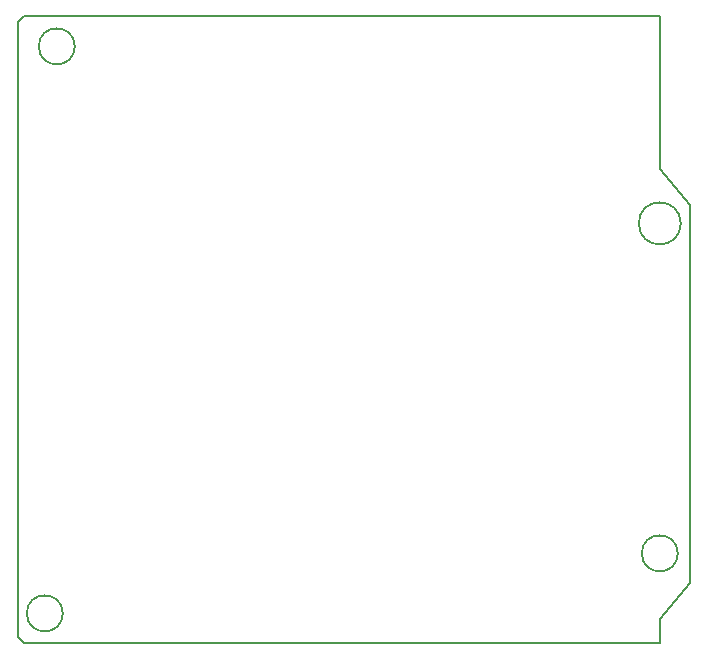
<source format=gm1>
G04 #@! TF.FileFunction,Profile,NP*
%FSLAX46Y46*%
G04 Gerber Fmt 4.6, Leading zero omitted, Abs format (unit mm)*
G04 Created by KiCad (PCBNEW 4.0.5+dfsg1-4) date Fri Nov  2 19:26:51 2018*
%MOMM*%
%LPD*%
G01*
G04 APERTURE LIST*
%ADD10C,0.100000*%
%ADD11C,0.150000*%
G04 APERTURE END LIST*
D10*
D11*
X126492000Y-124968000D02*
X125984000Y-124460000D01*
X126492000Y-71882000D02*
X125984000Y-72390000D01*
X129794000Y-122428000D02*
G75*
G03X129794000Y-122428000I-1524000J0D01*
G01*
X181864000Y-117348000D02*
G75*
G03X181864000Y-117348000I-1524000J0D01*
G01*
X182118000Y-89408000D02*
G75*
G03X182118000Y-89408000I-1778000J0D01*
G01*
X130810000Y-74422000D02*
G75*
G03X130810000Y-74422000I-1524000J0D01*
G01*
X180340000Y-122936000D02*
X180340000Y-124968000D01*
X182880000Y-119888000D02*
X180340000Y-122936000D01*
X182880000Y-87884000D02*
X182880000Y-119888000D01*
X180340000Y-84836000D02*
X182880000Y-87884000D01*
X180340000Y-71882000D02*
X180340000Y-84836000D01*
X126492000Y-71882000D02*
X180340000Y-71882000D01*
X125984000Y-124460000D02*
X125984000Y-72390000D01*
X180340000Y-124968000D02*
X126492000Y-124968000D01*
M02*

</source>
